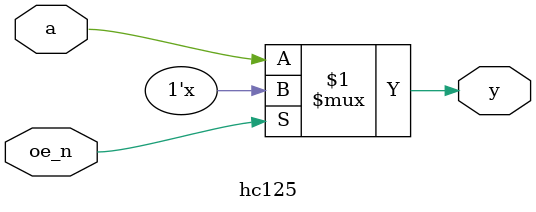
<source format=v>
module hc125 (
    input  wire a,     // 数据输入 A
    input  wire oe_n,  // 输出使能 OE̅，低有效
    output wire y      // 输出 Y
);
    // oe_n = 0 时输出 A，oe_n = 1 时输出高阻态 Z
    assign y = oe_n ? 1'bz : a;

endmodule

</source>
